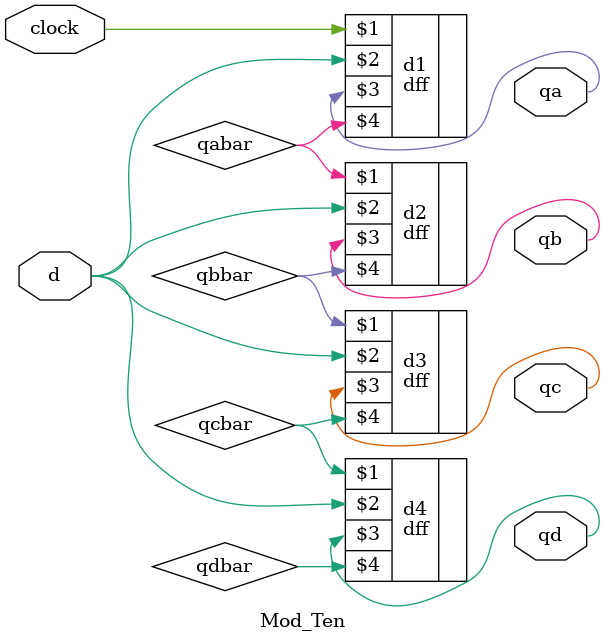
<source format=v>
module Mod_Ten(clock,d,qa,qb,qc,qd);
input clock,d;
output qa,qb,qc,qd;
wire qa,qabar,qb,qbbar,qc,qcbar,qd,qdbar;
dff d1(clock,d,qa,qabar);
dff d2(qabar,d,qb,qbbar);
dff d3(qbbar,d,qc,qcbar);
dff d4(qcbar,d,qd,qdbar);
endmodule

</source>
